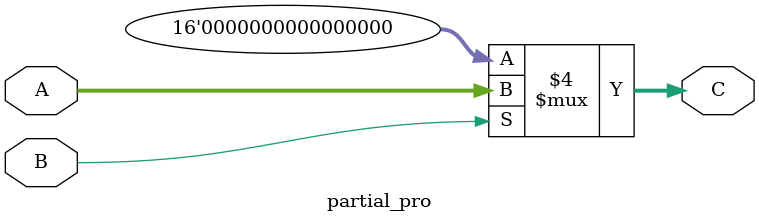
<source format=v>
`timescale 1ns / 1ps
module partial_pro(    
	input [15:0] A,
   input B,
   output reg [15:0] C
	);
	
	always@(A, B)
	begin
		if (B == 1'b0)
			C = {32{1'b0}};
		else
			C = A;
	end

endmodule

</source>
